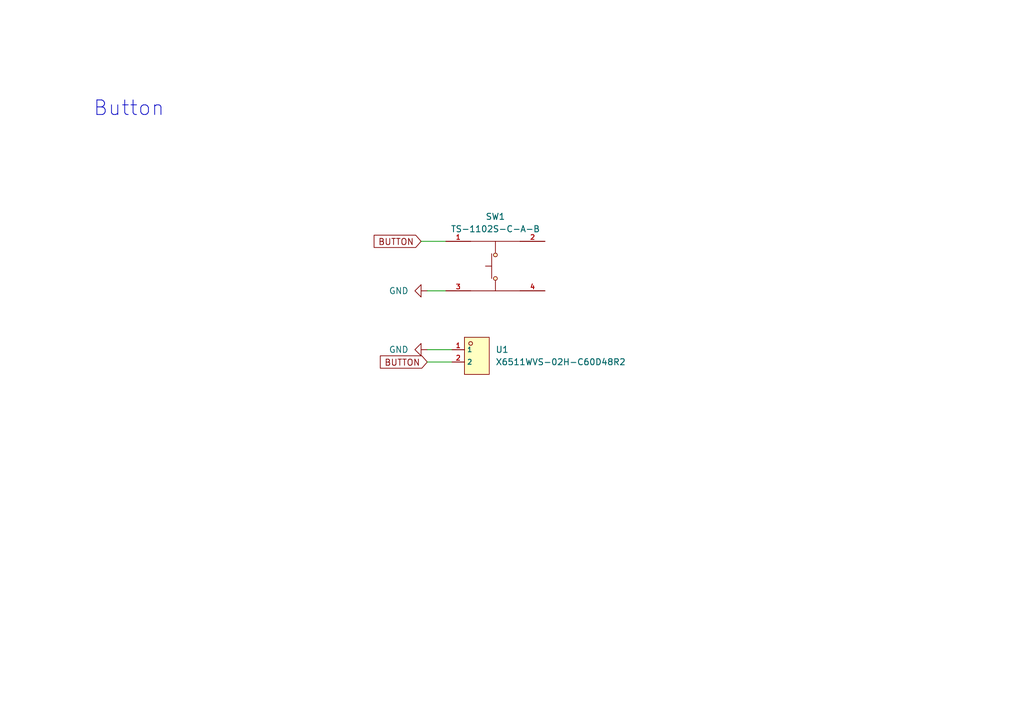
<source format=kicad_sch>
(kicad_sch (version 20230121) (generator eeschema)
  (paper "A5")
  (lib_symbols
    (symbol "MyParts:TS-1102S-C-A-B" (pin_names hide)
      (property "Reference" "SW" (at 0 11.43 0))
      (property "Value" "TS-1102S-C-A-B" (at 0 8.89 0))
      (symbol "TS-1102S-C-A-B_0_0"
        (circle (center 0 -2.54) (radius 0.381) (fill (type background)))
        (polyline (pts (xy -5.08 -5.08) (xy 5.08 -5.08)))
        (polyline (pts (xy -5.08 5.08) (xy 5.08 5.08)))
        (polyline (pts (xy -2.032 0) (xy -0.762 0)))
        (polyline (pts (xy -0.762 2.54) (xy -0.762 -2.54)))
        (polyline (pts (xy 0 -5.08) (xy 0 -3.048)))
        (polyline (pts (xy 0 5.08) (xy 0 2.794)))
        (circle (center 0 2.286) (radius 0.381) (fill (type background)))
        (pin unspecified line (at -10.16 5.08 0) (length 5.08) (name "1") (number "1"))
        (pin unspecified line (at 10.16 5.08 180) (length 5.08) (name "2") (number "2"))
        (pin unspecified line (at -10.16 -5.08 0) (length 5.08) (name "3") (number "3"))
        (pin unspecified line (at 10.16 -5.08 180) (length 5.08) (name "4") (number "4"))
      )
    )
    (symbol "MyParts:X6511WVS-02H-C60D48R2"
      (property "Reference" "U" (at 0 1.27 0))
      (property "Value" "X6511WVS-02H-C60D48R2" (at 0 -2.54 0))
      (symbol "X6511WVS-02H-C60D48R2_0_0"
        (rectangle (start -2.54 -8.89) (end 2.54 -16.51) (fill (type background)))
        (circle (center -1.27 -10.16) (radius 0.381) (fill (type background)))
        (pin unspecified line (at -5.08 -11.43 0) (length 2.54) (name "1") (number "1"))
        (pin unspecified line (at -5.08 -13.97 0) (length 2.54) (name "2") (number "2"))
      )
    )
    (symbol "power:GND" (power) (pin_names (offset 0))
      (property "Value" "GND" (at 0 -3.81 0))
      (symbol "GND_0_1"
        (polyline (pts (xy 0 0) (xy 0 -1.27) (xy 1.27 -1.27) (xy 0 -2.54) (xy -1.27 -1.27) (xy 0 -1.27)))
      )
      (symbol "GND_1_1"
        (pin power_in line (at 0 0 270) (length 0) hide (name "GND") (number "1"))
      )
    )
  )
  (wire (pts (xy 87.63 59.69) (xy 91.44 59.69)))
  (wire (pts (xy 87.63 71.755) (xy 92.71 71.755)))
  (wire (pts (xy 86.36 49.53) (xy 91.44 49.53)))
  (wire (pts (xy 87.63 74.295) (xy 92.71 74.295)))
  (text "Button" (at 19.05 24.13 0) (effects (font (size 3 3)) (justify left bottom)))
  (global_label "BUTTON" (shape input) (at 86.36 49.53 180) (property "Intersheetrefs" "${INTERSHEET_REFS}" (effects hide)))
  (global_label "BUTTON" (shape input) (at 87.63 74.295 180) (property "Intersheetrefs" "${INTERSHEET_REFS}" (effects hide)))
  (symbol (lib_id "MyParts:X6511WVS-02H-C60D48R2") (at 97.79 60.325 0) (unit 1)
    (property "Reference" "U1" (at 101.6 71.7549 0) (effects (justify left)))
    (property "Value" "X6511WVS-02H-C60D48R2" (at 101.6 74.2949 0) (effects (justify left)))
    (property "Footprint" "footprint:HDR-SMD_2P-P2.54_XKB_X6511WVS-02H-C60D48R2" (effects hide))
    (property "Datasheet" "https://atta.szlcsc.com/upload/public/pdf/source/20200909/C780060_F941EB1B69F43B5D6329EAF74E2E27BB.pdf" (effects hide))
    (property "LCSC" "C2883759" (effects hide))
  )
  (symbol (lib_id "MyParts:TS-1102S-C-A-B") (at 101.6 54.61 0) (unit 1)
    (property "Reference" "SW1" (at 101.6 44.45 0))
    (property "Value" "TS-1102S-C-A-B" (at 101.6 46.99 0))
    (property "Footprint" "footprint:KEY-SMD_4P-L6.0-W6.0-P4.50-LS8.6" (effects hide))
    (property "Datasheet" "https://item.szlcsc.com/353280.html" (effects hide))
    (property "LCSC #" "C381038" (effects hide))
  )
  (symbol (lib_id "power:GND") (at 87.63 59.69 270) (unit 1)
    (property "Reference" "#PWR01" (effects hide))
    (property "Value" "GND" (at 83.82 59.6899 90) (effects (justify right)))
  )
  (symbol (lib_id "power:GND") (at 87.63 71.755 270) (unit 1)
    (property "Reference" "#PWR02" (effects hide))
    (property "Value" "GND" (at 83.82 71.7549 90) (effects (justify right)))
  )
)
</source>
